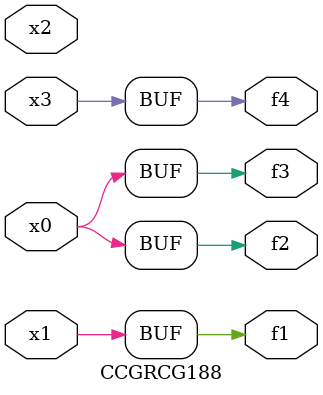
<source format=v>
module CCGRCG188(
	input x0, x1, x2, x3,
	output f1, f2, f3, f4
);
	assign f1 = x1;
	assign f2 = x0;
	assign f3 = x0;
	assign f4 = x3;
endmodule

</source>
